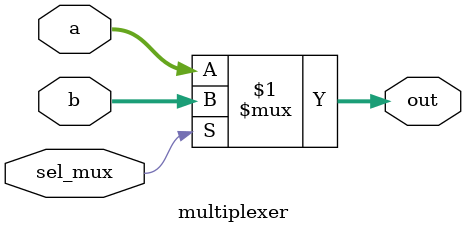
<source format=sv>
`timescale 1ns / 1ps


module multiplexer(
    input [15:0] a,
    input [15:0] b,
    input sel_mux,
    output [15:0] out
    );
    
    assign out = sel_mux ? b : a;
    
endmodule

</source>
